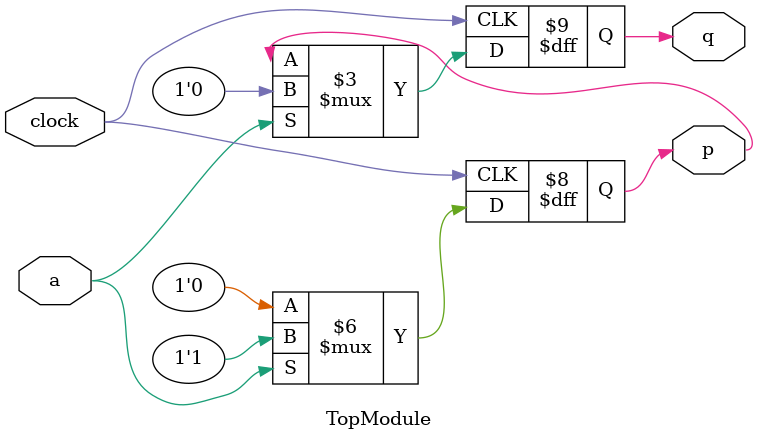
<source format=sv>

module TopModule (
  input clock,
  input a,
  output reg p,
  output reg q
);
    always @(posedge clock) begin
        if (a) begin
            p <= 1;
            q <= 0;
        end else begin
            p <= 0;
            q <= p;
        end
    end

endmodule
/*
Misinterpretation of Multimodal Data: Waveform
*/

/*
Status: Error running testbench

Fail Messages:The testbench simulated, but had errors. Please fix the module. The output of iverilog is as follows:
VCD info: dumpfile wave.vcd opened for output.
./execute_environment/testbench.sv:45: $finish called at 1200 (1ps)
Hint: Output 'p' has 112 mismatches. First mismatch occurred at time 90.
Hint: Output 'q' has 127 mismatches. First mismatch occurred at time 60.
Hint: Total mismatched samples is 186 out of 240 samples

Simulation finished at 1200 ps
Mismatches: 186 in 240 samples

*/
</source>
